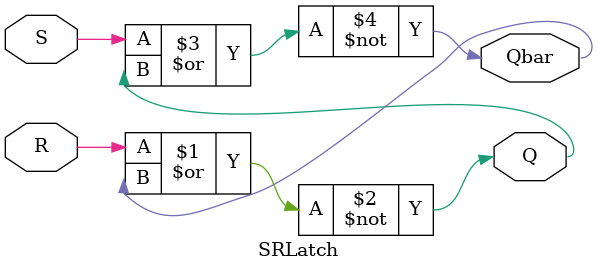
<source format=v>
module SRLatch(S,R,Q,Qbar);
input S,R;
output Q, Qbar;
assign Q = ~(R|Qbar);
assign Qbar = ~(S|Q);
endmodule
</source>
